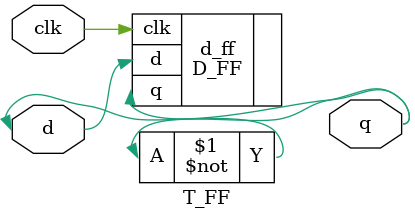
<source format=v>
module T_FF(q,d,clk);
    input wire d;
    input wire clk;
    output reg q;

    D_FF d_ff(.q(q), .d(d), .clk(clk));

    not n1(d,q);

endmodule

</source>
